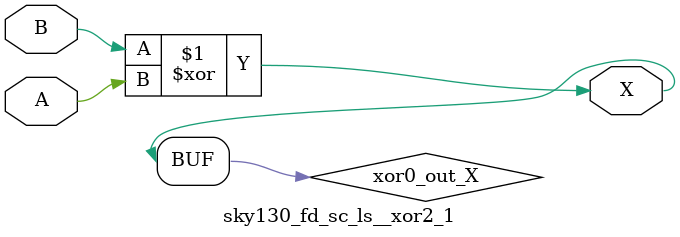
<source format=v>
/*
 * Copyright 2020 The SkyWater PDK Authors
 *
 * Licensed under the Apache License, Version 2.0 (the "License");
 * you may not use this file except in compliance with the License.
 * You may obtain a copy of the License at
 *
 *     https://www.apache.org/licenses/LICENSE-2.0
 *
 * Unless required by applicable law or agreed to in writing, software
 * distributed under the License is distributed on an "AS IS" BASIS,
 * WITHOUT WARRANTIES OR CONDITIONS OF ANY KIND, either express or implied.
 * See the License for the specific language governing permissions and
 * limitations under the License.
 *
 * SPDX-License-Identifier: Apache-2.0
*/


`ifndef SKY130_FD_SC_LS__XOR2_1_FUNCTIONAL_V
`define SKY130_FD_SC_LS__XOR2_1_FUNCTIONAL_V

/**
 * xor2: 2-input exclusive OR.
 *
 *       X = A ^ B
 *
 * Verilog simulation functional model.
 */

`timescale 1ns / 1ps
`default_nettype none

`celldefine
module sky130_fd_sc_ls__xor2_1 (
    X,
    A,
    B
);

    // Module ports
    output X;
    input  A;
    input  B;

    // Local signals
    wire xor0_out_X;

    //  Name  Output      Other arguments
    xor xor0 (xor0_out_X, B, A           );
    buf buf0 (X         , xor0_out_X     );

endmodule
`endcelldefine

`default_nettype wire
`endif  // SKY130_FD_SC_LS__XOR2_1_FUNCTIONAL_V

</source>
